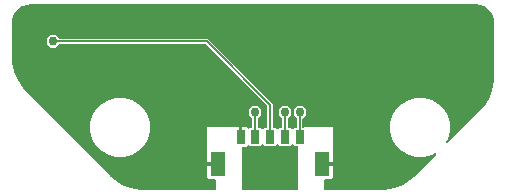
<source format=gbr>
G04 EAGLE Gerber RS-274X export*
G75*
%MOMM*%
%FSLAX34Y34*%
%LPD*%
%INBottom Copper*%
%IPPOS*%
%AMOC8*
5,1,8,0,0,1.08239X$1,22.5*%
G01*
%ADD10R,1.300000X2.150000*%
%ADD11R,0.800000X1.200000*%
%ADD12C,0.756400*%
%ADD13C,0.152400*%

G36*
X347408Y403864D02*
X347408Y403864D01*
X347427Y403862D01*
X347529Y403884D01*
X347631Y403900D01*
X347648Y403910D01*
X347668Y403914D01*
X347757Y403967D01*
X347848Y404016D01*
X347862Y404030D01*
X347879Y404040D01*
X347946Y404119D01*
X348018Y404194D01*
X348026Y404212D01*
X348039Y404227D01*
X348078Y404323D01*
X348121Y404417D01*
X348123Y404437D01*
X348131Y404455D01*
X348149Y404622D01*
X348149Y412298D01*
X348146Y412318D01*
X348148Y412337D01*
X348126Y412439D01*
X348110Y412541D01*
X348100Y412558D01*
X348096Y412578D01*
X348043Y412667D01*
X347994Y412758D01*
X347980Y412772D01*
X347970Y412789D01*
X347891Y412856D01*
X347816Y412928D01*
X347798Y412936D01*
X347783Y412949D01*
X347687Y412988D01*
X347593Y413031D01*
X347573Y413033D01*
X347555Y413041D01*
X347388Y413059D01*
X342866Y413059D01*
X342219Y413232D01*
X341640Y413567D01*
X341167Y414040D01*
X340832Y414619D01*
X340659Y415266D01*
X340659Y424827D01*
X348938Y424827D01*
X348958Y424830D01*
X348977Y424828D01*
X349079Y424850D01*
X349181Y424867D01*
X349198Y424876D01*
X349218Y424880D01*
X349307Y424933D01*
X349398Y424982D01*
X349412Y424996D01*
X349429Y425006D01*
X349496Y425085D01*
X349567Y425160D01*
X349576Y425178D01*
X349589Y425193D01*
X349628Y425289D01*
X349671Y425383D01*
X349673Y425403D01*
X349681Y425421D01*
X349699Y425588D01*
X349699Y427112D01*
X349696Y427132D01*
X349698Y427151D01*
X349676Y427253D01*
X349659Y427355D01*
X349650Y427372D01*
X349646Y427392D01*
X349593Y427481D01*
X349544Y427572D01*
X349530Y427586D01*
X349520Y427603D01*
X349441Y427670D01*
X349366Y427741D01*
X349348Y427750D01*
X349333Y427763D01*
X349237Y427802D01*
X349143Y427845D01*
X349123Y427847D01*
X349105Y427855D01*
X348938Y427873D01*
X340659Y427873D01*
X340659Y436288D01*
X340656Y436308D01*
X340658Y436327D01*
X340636Y436429D01*
X340620Y436531D01*
X340610Y436548D01*
X340606Y436568D01*
X340553Y436657D01*
X340504Y436748D01*
X340490Y436762D01*
X340480Y436779D01*
X340401Y436846D01*
X340326Y436918D01*
X340308Y436926D01*
X340293Y436939D01*
X340287Y436941D01*
X340149Y437079D01*
X340149Y457321D01*
X340179Y457351D01*
X362967Y457351D01*
X363080Y457369D01*
X363194Y457385D01*
X363203Y457389D01*
X363209Y457390D01*
X363229Y457401D01*
X363347Y457453D01*
X363719Y457668D01*
X364366Y457841D01*
X367177Y457841D01*
X367177Y450062D01*
X367180Y450042D01*
X367178Y450023D01*
X367200Y449921D01*
X367217Y449819D01*
X367226Y449802D01*
X367230Y449782D01*
X367283Y449693D01*
X367332Y449602D01*
X367346Y449588D01*
X367356Y449571D01*
X367435Y449504D01*
X367510Y449433D01*
X367528Y449424D01*
X367543Y449411D01*
X367639Y449372D01*
X367733Y449329D01*
X367753Y449327D01*
X367771Y449319D01*
X367938Y449301D01*
X369462Y449301D01*
X369482Y449304D01*
X369501Y449302D01*
X369603Y449324D01*
X369705Y449341D01*
X369722Y449350D01*
X369742Y449354D01*
X369831Y449407D01*
X369922Y449456D01*
X369936Y449470D01*
X369953Y449480D01*
X370020Y449559D01*
X370091Y449634D01*
X370100Y449652D01*
X370113Y449667D01*
X370152Y449763D01*
X370195Y449857D01*
X370197Y449877D01*
X370205Y449895D01*
X370223Y450062D01*
X370223Y457841D01*
X373034Y457841D01*
X373681Y457668D01*
X374260Y457333D01*
X374733Y456860D01*
X374922Y456533D01*
X374996Y456442D01*
X375071Y456348D01*
X375075Y456346D01*
X375078Y456343D01*
X375177Y456280D01*
X375278Y456215D01*
X375282Y456214D01*
X375286Y456212D01*
X375401Y456184D01*
X375517Y456155D01*
X375521Y456156D01*
X375525Y456155D01*
X375644Y456165D01*
X375762Y456174D01*
X375766Y456176D01*
X375770Y456176D01*
X375879Y456224D01*
X375988Y456271D01*
X375992Y456274D01*
X375995Y456275D01*
X376005Y456284D01*
X376119Y456376D01*
X376568Y456825D01*
X377952Y456825D01*
X377972Y456828D01*
X377991Y456826D01*
X378093Y456848D01*
X378195Y456864D01*
X378212Y456874D01*
X378232Y456878D01*
X378321Y456931D01*
X378412Y456980D01*
X378426Y456994D01*
X378443Y457004D01*
X378510Y457083D01*
X378582Y457158D01*
X378590Y457176D01*
X378603Y457191D01*
X378642Y457287D01*
X378685Y457381D01*
X378687Y457401D01*
X378695Y457419D01*
X378713Y457586D01*
X378713Y464367D01*
X378699Y464457D01*
X378691Y464548D01*
X378679Y464577D01*
X378674Y464609D01*
X378631Y464690D01*
X378595Y464774D01*
X378569Y464806D01*
X378558Y464827D01*
X378535Y464849D01*
X378490Y464905D01*
X375693Y467702D01*
X375693Y472098D01*
X378802Y475207D01*
X383198Y475207D01*
X386307Y472098D01*
X386307Y467702D01*
X383510Y464905D01*
X383457Y464831D01*
X383397Y464761D01*
X383385Y464731D01*
X383366Y464705D01*
X383339Y464618D01*
X383305Y464533D01*
X383301Y464492D01*
X383294Y464470D01*
X383295Y464438D01*
X383287Y464367D01*
X383287Y457586D01*
X383290Y457566D01*
X383288Y457547D01*
X383310Y457445D01*
X383326Y457343D01*
X383336Y457326D01*
X383340Y457306D01*
X383393Y457217D01*
X383442Y457126D01*
X383456Y457112D01*
X383466Y457095D01*
X383545Y457028D01*
X383620Y456956D01*
X383638Y456948D01*
X383653Y456935D01*
X383749Y456896D01*
X383843Y456853D01*
X383863Y456851D01*
X383881Y456843D01*
X384048Y456825D01*
X385832Y456825D01*
X386912Y455745D01*
X386928Y455733D01*
X386940Y455717D01*
X387028Y455661D01*
X387111Y455601D01*
X387130Y455595D01*
X387147Y455584D01*
X387248Y455559D01*
X387347Y455529D01*
X387366Y455529D01*
X387386Y455524D01*
X387489Y455532D01*
X387592Y455535D01*
X387611Y455542D01*
X387631Y455543D01*
X387726Y455584D01*
X387823Y455619D01*
X387839Y455632D01*
X387857Y455640D01*
X387988Y455745D01*
X389068Y456825D01*
X390652Y456825D01*
X390672Y456828D01*
X390691Y456826D01*
X390793Y456848D01*
X390895Y456864D01*
X390912Y456874D01*
X390932Y456878D01*
X391021Y456931D01*
X391112Y456980D01*
X391126Y456994D01*
X391143Y457004D01*
X391210Y457083D01*
X391282Y457158D01*
X391290Y457176D01*
X391303Y457191D01*
X391342Y457287D01*
X391385Y457381D01*
X391387Y457401D01*
X391395Y457419D01*
X391413Y457586D01*
X391413Y475037D01*
X391399Y475128D01*
X391391Y475218D01*
X391379Y475248D01*
X391374Y475280D01*
X391331Y475361D01*
X391295Y475445D01*
X391269Y475477D01*
X391258Y475498D01*
X391235Y475520D01*
X391190Y475576D01*
X339276Y527490D01*
X339202Y527543D01*
X339132Y527603D01*
X339102Y527615D01*
X339076Y527634D01*
X338989Y527661D01*
X338904Y527695D01*
X338863Y527699D01*
X338841Y527706D01*
X338809Y527705D01*
X338737Y527713D01*
X215533Y527713D01*
X215443Y527699D01*
X215352Y527691D01*
X215323Y527679D01*
X215291Y527674D01*
X215210Y527631D01*
X215126Y527595D01*
X215094Y527569D01*
X215073Y527558D01*
X215051Y527535D01*
X214995Y527490D01*
X212198Y524693D01*
X207802Y524693D01*
X204693Y527802D01*
X204693Y532198D01*
X207802Y535307D01*
X212198Y535307D01*
X214995Y532510D01*
X215069Y532457D01*
X215139Y532397D01*
X215169Y532385D01*
X215195Y532366D01*
X215282Y532339D01*
X215367Y532305D01*
X215408Y532301D01*
X215430Y532294D01*
X215462Y532295D01*
X215533Y532287D01*
X340947Y532287D01*
X395987Y477247D01*
X395987Y457586D01*
X395990Y457566D01*
X395988Y457547D01*
X396010Y457445D01*
X396026Y457343D01*
X396036Y457326D01*
X396040Y457306D01*
X396093Y457217D01*
X396142Y457126D01*
X396156Y457112D01*
X396166Y457095D01*
X396245Y457028D01*
X396320Y456956D01*
X396338Y456948D01*
X396353Y456935D01*
X396449Y456896D01*
X396543Y456853D01*
X396563Y456851D01*
X396581Y456843D01*
X396748Y456825D01*
X398332Y456825D01*
X399412Y455745D01*
X399428Y455733D01*
X399440Y455717D01*
X399528Y455661D01*
X399611Y455601D01*
X399630Y455595D01*
X399647Y455584D01*
X399748Y455559D01*
X399847Y455529D01*
X399866Y455529D01*
X399886Y455524D01*
X399989Y455532D01*
X400092Y455535D01*
X400111Y455542D01*
X400131Y455543D01*
X400226Y455584D01*
X400323Y455619D01*
X400339Y455632D01*
X400357Y455640D01*
X400488Y455745D01*
X401568Y456825D01*
X403152Y456825D01*
X403172Y456828D01*
X403191Y456826D01*
X403293Y456848D01*
X403395Y456864D01*
X403412Y456874D01*
X403432Y456878D01*
X403521Y456931D01*
X403612Y456980D01*
X403626Y456994D01*
X403643Y457004D01*
X403710Y457083D01*
X403782Y457158D01*
X403790Y457176D01*
X403803Y457191D01*
X403842Y457287D01*
X403885Y457381D01*
X403887Y457401D01*
X403895Y457419D01*
X403913Y457586D01*
X403913Y464567D01*
X403899Y464657D01*
X403891Y464748D01*
X403879Y464777D01*
X403874Y464809D01*
X403831Y464890D01*
X403795Y464974D01*
X403769Y465006D01*
X403758Y465027D01*
X403735Y465049D01*
X403690Y465105D01*
X401093Y467702D01*
X401093Y472098D01*
X404202Y475207D01*
X408598Y475207D01*
X411707Y472098D01*
X411707Y467702D01*
X408710Y464705D01*
X408657Y464631D01*
X408597Y464561D01*
X408585Y464531D01*
X408566Y464505D01*
X408539Y464418D01*
X408505Y464333D01*
X408501Y464292D01*
X408494Y464270D01*
X408495Y464238D01*
X408487Y464167D01*
X408487Y457586D01*
X408490Y457566D01*
X408488Y457547D01*
X408510Y457445D01*
X408526Y457343D01*
X408536Y457326D01*
X408540Y457306D01*
X408593Y457217D01*
X408642Y457126D01*
X408656Y457112D01*
X408666Y457095D01*
X408745Y457028D01*
X408820Y456956D01*
X408838Y456948D01*
X408853Y456935D01*
X408949Y456896D01*
X409043Y456853D01*
X409063Y456851D01*
X409081Y456843D01*
X409248Y456825D01*
X410832Y456825D01*
X411912Y455745D01*
X411928Y455733D01*
X411940Y455717D01*
X412028Y455661D01*
X412111Y455601D01*
X412130Y455595D01*
X412147Y455584D01*
X412248Y455559D01*
X412347Y455529D01*
X412366Y455529D01*
X412386Y455524D01*
X412489Y455532D01*
X412592Y455535D01*
X412611Y455542D01*
X412631Y455543D01*
X412726Y455584D01*
X412823Y455619D01*
X412839Y455632D01*
X412857Y455640D01*
X412988Y455745D01*
X414068Y456825D01*
X415652Y456825D01*
X415672Y456828D01*
X415691Y456826D01*
X415793Y456848D01*
X415895Y456864D01*
X415912Y456874D01*
X415932Y456878D01*
X416021Y456931D01*
X416112Y456980D01*
X416126Y456994D01*
X416143Y457004D01*
X416210Y457083D01*
X416282Y457158D01*
X416290Y457176D01*
X416303Y457191D01*
X416342Y457287D01*
X416385Y457381D01*
X416387Y457401D01*
X416395Y457419D01*
X416413Y457586D01*
X416413Y464767D01*
X416410Y464784D01*
X416412Y464800D01*
X416398Y464867D01*
X416391Y464948D01*
X416379Y464977D01*
X416374Y465009D01*
X416362Y465031D01*
X416360Y465041D01*
X416334Y465085D01*
X416331Y465090D01*
X416295Y465174D01*
X416269Y465206D01*
X416258Y465227D01*
X416236Y465248D01*
X416234Y465252D01*
X416231Y465254D01*
X416190Y465305D01*
X413793Y467702D01*
X413793Y472098D01*
X416902Y475207D01*
X421298Y475207D01*
X424407Y472098D01*
X424407Y467702D01*
X421210Y464505D01*
X421163Y464439D01*
X421151Y464428D01*
X421149Y464422D01*
X421097Y464361D01*
X421085Y464331D01*
X421066Y464305D01*
X421039Y464218D01*
X421005Y464133D01*
X421001Y464092D01*
X420994Y464070D01*
X420995Y464038D01*
X420987Y463967D01*
X420987Y457586D01*
X420990Y457566D01*
X420988Y457547D01*
X421010Y457445D01*
X421026Y457343D01*
X421036Y457326D01*
X421040Y457306D01*
X421093Y457217D01*
X421142Y457126D01*
X421156Y457112D01*
X421166Y457095D01*
X421245Y457028D01*
X421320Y456956D01*
X421338Y456948D01*
X421353Y456935D01*
X421449Y456896D01*
X421543Y456853D01*
X421563Y456851D01*
X421581Y456843D01*
X421748Y456825D01*
X421888Y456825D01*
X421908Y456828D01*
X421927Y456826D01*
X422029Y456848D01*
X422131Y456864D01*
X422148Y456874D01*
X422168Y456878D01*
X422257Y456931D01*
X422348Y456980D01*
X422362Y456994D01*
X422379Y457004D01*
X422446Y457083D01*
X422518Y457158D01*
X422526Y457176D01*
X422539Y457191D01*
X422552Y457224D01*
X422679Y457351D01*
X447221Y457351D01*
X447251Y457321D01*
X447251Y437079D01*
X447094Y436922D01*
X447042Y436894D01*
X447028Y436880D01*
X447011Y436870D01*
X446944Y436791D01*
X446872Y436716D01*
X446864Y436698D01*
X446851Y436683D01*
X446812Y436587D01*
X446769Y436493D01*
X446767Y436473D01*
X446759Y436455D01*
X446741Y436288D01*
X446741Y427873D01*
X438462Y427873D01*
X438442Y427870D01*
X438423Y427872D01*
X438321Y427850D01*
X438219Y427833D01*
X438202Y427824D01*
X438182Y427820D01*
X438093Y427767D01*
X438002Y427718D01*
X437988Y427704D01*
X437971Y427694D01*
X437904Y427615D01*
X437833Y427540D01*
X437824Y427522D01*
X437811Y427507D01*
X437772Y427411D01*
X437729Y427317D01*
X437727Y427297D01*
X437719Y427279D01*
X437701Y427112D01*
X437701Y425588D01*
X437704Y425568D01*
X437702Y425549D01*
X437724Y425447D01*
X437741Y425345D01*
X437750Y425328D01*
X437754Y425308D01*
X437807Y425219D01*
X437856Y425128D01*
X437870Y425114D01*
X437880Y425097D01*
X437959Y425030D01*
X438034Y424959D01*
X438052Y424950D01*
X438067Y424937D01*
X438163Y424898D01*
X438257Y424855D01*
X438277Y424853D01*
X438295Y424845D01*
X438462Y424827D01*
X446741Y424827D01*
X446741Y415266D01*
X446568Y414619D01*
X446233Y414040D01*
X445760Y413567D01*
X445181Y413232D01*
X444534Y413059D01*
X440012Y413059D01*
X439992Y413056D01*
X439973Y413058D01*
X439871Y413036D01*
X439769Y413020D01*
X439752Y413010D01*
X439732Y413006D01*
X439643Y412953D01*
X439552Y412904D01*
X439538Y412890D01*
X439521Y412880D01*
X439454Y412801D01*
X439382Y412726D01*
X439374Y412708D01*
X439361Y412693D01*
X439322Y412597D01*
X439279Y412503D01*
X439277Y412483D01*
X439269Y412465D01*
X439251Y412298D01*
X439251Y404622D01*
X439254Y404602D01*
X439252Y404583D01*
X439274Y404481D01*
X439290Y404379D01*
X439300Y404362D01*
X439304Y404342D01*
X439357Y404253D01*
X439406Y404162D01*
X439420Y404148D01*
X439430Y404131D01*
X439509Y404064D01*
X439584Y403992D01*
X439602Y403984D01*
X439617Y403971D01*
X439713Y403932D01*
X439807Y403889D01*
X439827Y403887D01*
X439845Y403879D01*
X440012Y403861D01*
X487289Y403861D01*
X487304Y403863D01*
X487327Y403862D01*
X491157Y404050D01*
X491189Y404057D01*
X491268Y404064D01*
X498782Y405558D01*
X498804Y405566D01*
X498924Y405601D01*
X506002Y408533D01*
X506022Y408546D01*
X506133Y408603D01*
X512503Y412859D01*
X512527Y412882D01*
X512591Y412928D01*
X515433Y415504D01*
X515442Y415515D01*
X515460Y415529D01*
X534067Y434136D01*
X534081Y434156D01*
X534099Y434171D01*
X534152Y434255D01*
X534210Y434336D01*
X534217Y434359D01*
X534230Y434379D01*
X534253Y434476D01*
X534282Y434571D01*
X534282Y434595D01*
X534287Y434618D01*
X534279Y434717D01*
X534276Y434817D01*
X534268Y434839D01*
X534266Y434863D01*
X534226Y434954D01*
X534192Y435048D01*
X534177Y435067D01*
X534167Y435089D01*
X534100Y435162D01*
X534038Y435240D01*
X534018Y435253D01*
X534001Y435271D01*
X533915Y435319D01*
X533831Y435373D01*
X533808Y435379D01*
X533787Y435390D01*
X533689Y435409D01*
X533593Y435433D01*
X533568Y435431D01*
X533545Y435435D01*
X533446Y435421D01*
X533347Y435414D01*
X533325Y435404D01*
X533301Y435401D01*
X533148Y435334D01*
X530412Y433754D01*
X524012Y432039D01*
X517388Y432039D01*
X510988Y433754D01*
X505251Y437066D01*
X500566Y441751D01*
X497254Y447488D01*
X495539Y453888D01*
X495539Y460512D01*
X497254Y466912D01*
X500566Y472649D01*
X505251Y477334D01*
X510988Y480646D01*
X517388Y482361D01*
X524012Y482361D01*
X530412Y480646D01*
X536149Y477334D01*
X540834Y472649D01*
X544146Y466912D01*
X545861Y460512D01*
X545861Y453888D01*
X544146Y447488D01*
X542566Y444752D01*
X542558Y444730D01*
X542544Y444710D01*
X542515Y444615D01*
X542479Y444522D01*
X542479Y444498D01*
X542472Y444475D01*
X542474Y444376D01*
X542470Y444276D01*
X542477Y444253D01*
X542478Y444229D01*
X542512Y444136D01*
X542540Y444041D01*
X542554Y444021D01*
X542562Y443998D01*
X542624Y443921D01*
X542682Y443839D01*
X542701Y443825D01*
X542716Y443806D01*
X542800Y443752D01*
X542880Y443694D01*
X542903Y443686D01*
X542923Y443673D01*
X543019Y443649D01*
X543114Y443619D01*
X543138Y443619D01*
X543161Y443613D01*
X543260Y443621D01*
X543360Y443622D01*
X543383Y443630D01*
X543407Y443632D01*
X543498Y443671D01*
X543592Y443704D01*
X543611Y443719D01*
X543633Y443729D01*
X543764Y443833D01*
X571771Y471840D01*
X571779Y471852D01*
X571796Y471867D01*
X574372Y474709D01*
X574390Y474736D01*
X574441Y474797D01*
X578697Y481166D01*
X578707Y481188D01*
X578767Y481298D01*
X581699Y488376D01*
X581704Y488399D01*
X581742Y488518D01*
X583236Y496032D01*
X583238Y496065D01*
X583250Y496143D01*
X583438Y499973D01*
X583437Y499988D01*
X583439Y500011D01*
X583439Y546400D01*
X583436Y546422D01*
X583437Y546460D01*
X583264Y548662D01*
X583262Y548668D01*
X583263Y548673D01*
X583229Y548838D01*
X581868Y553027D01*
X581851Y553058D01*
X581843Y553093D01*
X581759Y553239D01*
X579171Y556802D01*
X579145Y556827D01*
X579126Y556858D01*
X579002Y556971D01*
X575439Y559559D01*
X575407Y559576D01*
X575379Y559599D01*
X575227Y559668D01*
X571038Y561029D01*
X571032Y561030D01*
X571027Y561032D01*
X570862Y561064D01*
X568660Y561237D01*
X568638Y561235D01*
X568600Y561239D01*
X190100Y561239D01*
X190078Y561236D01*
X190040Y561237D01*
X187838Y561064D01*
X187832Y561062D01*
X187827Y561063D01*
X187662Y561029D01*
X183473Y559668D01*
X183442Y559651D01*
X183407Y559643D01*
X183261Y559559D01*
X179698Y556971D01*
X179673Y556945D01*
X179642Y556926D01*
X179529Y556802D01*
X176941Y553239D01*
X176924Y553207D01*
X176901Y553179D01*
X176832Y553027D01*
X175471Y548838D01*
X175470Y548832D01*
X175468Y548827D01*
X175436Y548662D01*
X175263Y546460D01*
X175265Y546438D01*
X175261Y546400D01*
X175261Y516011D01*
X175263Y515996D01*
X175262Y515973D01*
X175450Y512143D01*
X175457Y512111D01*
X175464Y512032D01*
X176958Y504518D01*
X176966Y504496D01*
X177001Y504376D01*
X179933Y497298D01*
X179946Y497278D01*
X180003Y497167D01*
X184259Y490797D01*
X184282Y490773D01*
X184328Y490709D01*
X186904Y487867D01*
X186915Y487858D01*
X186929Y487840D01*
X259240Y415529D01*
X259252Y415521D01*
X259267Y415504D01*
X262109Y412928D01*
X262136Y412910D01*
X262197Y412859D01*
X268567Y408603D01*
X268588Y408593D01*
X268698Y408533D01*
X275776Y405601D01*
X275799Y405596D01*
X275918Y405558D01*
X283432Y404064D01*
X283465Y404062D01*
X283543Y404050D01*
X287373Y403862D01*
X287388Y403863D01*
X287411Y403861D01*
X347388Y403861D01*
X347408Y403864D01*
G37*
%LPC*%
G36*
X263388Y432039D02*
X263388Y432039D01*
X256988Y433754D01*
X251251Y437066D01*
X246566Y441751D01*
X243254Y447488D01*
X241539Y453888D01*
X241539Y460512D01*
X243254Y466912D01*
X246566Y472649D01*
X251251Y477334D01*
X256988Y480646D01*
X263388Y482361D01*
X270012Y482361D01*
X276412Y480646D01*
X282149Y477334D01*
X286834Y472649D01*
X290146Y466912D01*
X291861Y460512D01*
X291861Y453888D01*
X290146Y447488D01*
X286834Y441751D01*
X282149Y437066D01*
X276412Y433754D01*
X270012Y432039D01*
X263388Y432039D01*
G37*
%LPD*%
G36*
X416408Y403864D02*
X416408Y403864D01*
X416427Y403862D01*
X416529Y403884D01*
X416631Y403900D01*
X416648Y403910D01*
X416668Y403914D01*
X416757Y403967D01*
X416848Y404016D01*
X416862Y404030D01*
X416879Y404040D01*
X416946Y404119D01*
X417018Y404194D01*
X417026Y404212D01*
X417039Y404227D01*
X417078Y404323D01*
X417121Y404417D01*
X417123Y404437D01*
X417131Y404455D01*
X417149Y404622D01*
X417149Y441014D01*
X417146Y441034D01*
X417148Y441053D01*
X417126Y441155D01*
X417110Y441257D01*
X417100Y441274D01*
X417096Y441294D01*
X417043Y441383D01*
X416994Y441474D01*
X416980Y441488D01*
X416970Y441505D01*
X416891Y441572D01*
X416816Y441644D01*
X416798Y441652D01*
X416783Y441665D01*
X416687Y441704D01*
X416593Y441747D01*
X416573Y441749D01*
X416555Y441757D01*
X416388Y441775D01*
X414068Y441775D01*
X412988Y442855D01*
X412972Y442867D01*
X412960Y442883D01*
X412872Y442939D01*
X412789Y442999D01*
X412770Y443005D01*
X412753Y443016D01*
X412652Y443041D01*
X412553Y443071D01*
X412534Y443071D01*
X412514Y443076D01*
X412411Y443068D01*
X412308Y443065D01*
X412289Y443058D01*
X412269Y443057D01*
X412174Y443016D01*
X412077Y442981D01*
X412061Y442968D01*
X412043Y442960D01*
X411912Y442855D01*
X410832Y441775D01*
X401568Y441775D01*
X400488Y442855D01*
X400472Y442867D01*
X400460Y442883D01*
X400372Y442939D01*
X400289Y442999D01*
X400270Y443005D01*
X400253Y443016D01*
X400152Y443041D01*
X400053Y443071D01*
X400034Y443071D01*
X400014Y443076D01*
X399911Y443068D01*
X399808Y443065D01*
X399789Y443058D01*
X399769Y443057D01*
X399674Y443016D01*
X399577Y442981D01*
X399561Y442968D01*
X399543Y442960D01*
X399412Y442855D01*
X398332Y441775D01*
X389068Y441775D01*
X387988Y442855D01*
X387972Y442867D01*
X387960Y442883D01*
X387872Y442939D01*
X387789Y442999D01*
X387770Y443005D01*
X387753Y443016D01*
X387652Y443041D01*
X387553Y443071D01*
X387534Y443071D01*
X387514Y443076D01*
X387411Y443068D01*
X387308Y443065D01*
X387289Y443058D01*
X387269Y443057D01*
X387174Y443016D01*
X387077Y442981D01*
X387061Y442968D01*
X387043Y442960D01*
X386912Y442855D01*
X385832Y441775D01*
X376568Y441775D01*
X376119Y442224D01*
X376023Y442294D01*
X375927Y442364D01*
X375923Y442366D01*
X375920Y442368D01*
X375807Y442403D01*
X375693Y442439D01*
X375688Y442439D01*
X375684Y442440D01*
X375566Y442437D01*
X375447Y442435D01*
X375443Y442434D01*
X375439Y442434D01*
X375327Y442393D01*
X375215Y442354D01*
X375211Y442351D01*
X375208Y442350D01*
X375115Y442275D01*
X375021Y442202D01*
X375018Y442198D01*
X375016Y442196D01*
X375008Y442184D01*
X374922Y442067D01*
X374733Y441740D01*
X374260Y441267D01*
X373681Y440932D01*
X373034Y440759D01*
X371012Y440759D01*
X370992Y440756D01*
X370973Y440758D01*
X370871Y440736D01*
X370769Y440720D01*
X370752Y440710D01*
X370732Y440706D01*
X370643Y440653D01*
X370552Y440604D01*
X370538Y440590D01*
X370521Y440580D01*
X370454Y440501D01*
X370382Y440426D01*
X370374Y440408D01*
X370361Y440393D01*
X370322Y440297D01*
X370279Y440203D01*
X370277Y440183D01*
X370269Y440165D01*
X370251Y439998D01*
X370251Y404622D01*
X370254Y404602D01*
X370252Y404583D01*
X370274Y404481D01*
X370290Y404379D01*
X370300Y404362D01*
X370304Y404342D01*
X370357Y404253D01*
X370406Y404162D01*
X370420Y404148D01*
X370430Y404131D01*
X370509Y404064D01*
X370584Y403992D01*
X370602Y403984D01*
X370617Y403971D01*
X370713Y403932D01*
X370807Y403889D01*
X370827Y403887D01*
X370845Y403879D01*
X371012Y403861D01*
X416388Y403861D01*
X416408Y403864D01*
G37*
D10*
X349700Y426350D03*
D11*
X368700Y449300D03*
X381200Y449300D03*
X393700Y449300D03*
X406200Y449300D03*
X418700Y449300D03*
D10*
X437700Y426350D03*
D12*
X419100Y469900D03*
D13*
X418700Y469500D02*
X418700Y449300D01*
X418700Y469500D02*
X419100Y469900D01*
D12*
X406400Y469900D03*
D13*
X406200Y469700D02*
X406200Y449300D01*
X406200Y469700D02*
X406400Y469900D01*
D12*
X210000Y530000D03*
D13*
X340000Y530000D01*
X393700Y476300D02*
X393700Y449300D01*
X393700Y476300D02*
X340000Y530000D01*
D12*
X381000Y469900D03*
D13*
X381000Y449500D02*
X381200Y449300D01*
X381000Y449500D02*
X381000Y469900D01*
D12*
X266700Y546100D03*
X368300Y546100D03*
X469900Y546100D03*
X571500Y546100D03*
X410000Y430000D03*
X300000Y450000D03*
M02*

</source>
